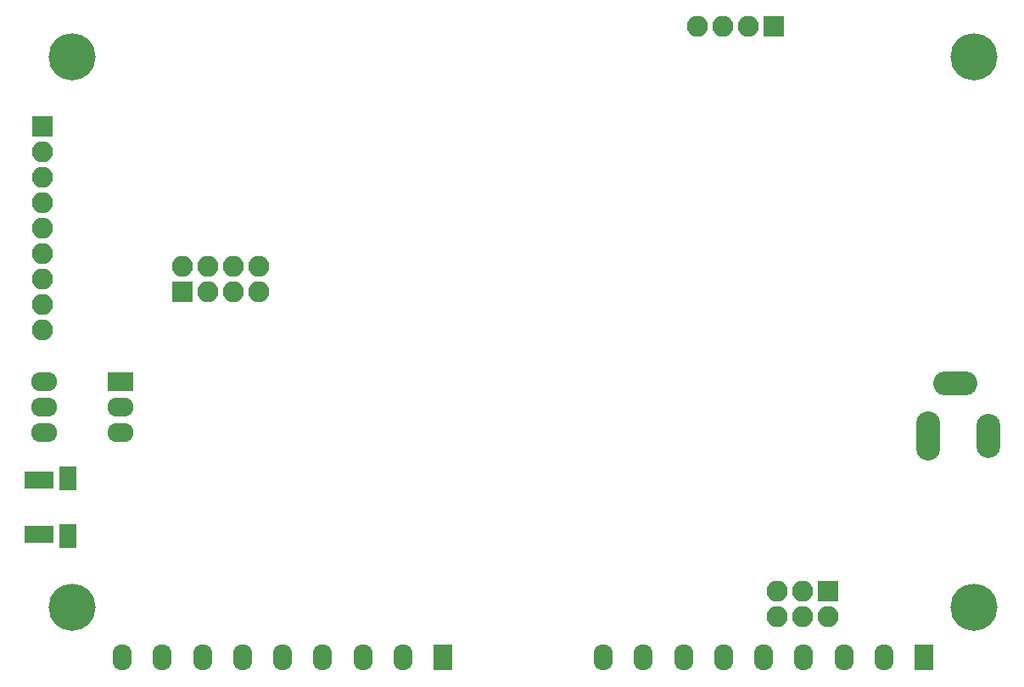
<source format=gbs>
G04 #@! TF.GenerationSoftware,KiCad,Pcbnew,(2017-08-04 revision 7bf9f8e1c)-master*
G04 #@! TF.CreationDate,2019-03-18T20:52:30+01:00*
G04 #@! TF.ProjectId,pcb_ledtorus_controller,7063625F6C6564746F7275735F636F6E,rev?*
G04 #@! TF.SameCoordinates,Original*
G04 #@! TF.FileFunction,Soldermask,Bot*
G04 #@! TF.FilePolarity,Negative*
%FSLAX46Y46*%
G04 Gerber Fmt 4.6, Leading zero omitted, Abs format (unit mm)*
G04 Created by KiCad (PCBNEW (2017-08-04 revision 7bf9f8e1c)-master) date Mon Mar 18 20:52:30 2019*
%MOMM*%
%LPD*%
G01*
G04 APERTURE LIST*
%ADD10O,2.398980X4.900880*%
%ADD11O,2.398980X4.400500*%
%ADD12O,4.400500X2.398980*%
%ADD13R,1.924000X2.599640*%
%ADD14O,1.924000X2.599640*%
%ADD15O,2.599640X1.924000*%
%ADD16R,2.599640X1.924000*%
%ADD17R,2.851100X1.700480*%
%ADD18R,1.799540X2.398980*%
%ADD19C,4.700000*%
%ADD20R,2.100000X2.100000*%
%ADD21O,2.100000X2.100000*%
G04 APERTURE END LIST*
D10*
X140399060Y-124900000D03*
D11*
X146401080Y-124900000D03*
D12*
X143149880Y-119599020D03*
D13*
X92000000Y-147000000D03*
D14*
X88000000Y-147000000D03*
X84000000Y-147000000D03*
X80000000Y-147000000D03*
X76000000Y-147000000D03*
X72000000Y-147000000D03*
X68000000Y-147000000D03*
X64000000Y-147000000D03*
X60000000Y-147000000D03*
D13*
X140000000Y-147000000D03*
D14*
X136000000Y-147000000D03*
X132000000Y-147000000D03*
X128000000Y-147000000D03*
X124000000Y-147000000D03*
X120000000Y-147000000D03*
X116000000Y-147000000D03*
X112000000Y-147000000D03*
X108000000Y-147000000D03*
D15*
X52190000Y-124540000D03*
X59810000Y-124540000D03*
X52190000Y-122000000D03*
X59810000Y-122000000D03*
X52190000Y-119460000D03*
D16*
X59810000Y-119460000D03*
D17*
X51649860Y-134725420D03*
X51649860Y-129274580D03*
D18*
X54530220Y-134900680D03*
X54530220Y-129099320D03*
D19*
X55000000Y-142000000D03*
X145000000Y-87000000D03*
X55000000Y-87000000D03*
X145000000Y-142000000D03*
D20*
X125000000Y-84000000D03*
D21*
X122460000Y-84000000D03*
X119920000Y-84000000D03*
X117380000Y-84000000D03*
D20*
X66000000Y-110500000D03*
D21*
X66000000Y-107960000D03*
X68540000Y-110500000D03*
X68540000Y-107960000D03*
X71080000Y-110500000D03*
X71080000Y-107960000D03*
X73620000Y-110500000D03*
X73620000Y-107960000D03*
D20*
X52000000Y-94000000D03*
D21*
X52000000Y-96540000D03*
X52000000Y-99080000D03*
X52000000Y-101620000D03*
X52000000Y-104160000D03*
X52000000Y-106700000D03*
X52000000Y-109240000D03*
X52000000Y-111780000D03*
X52000000Y-114320000D03*
D20*
X130400000Y-140400000D03*
D21*
X130400000Y-142940000D03*
X127860000Y-140400000D03*
X127860000Y-142940000D03*
X125320000Y-140400000D03*
X125320000Y-142940000D03*
M02*

</source>
